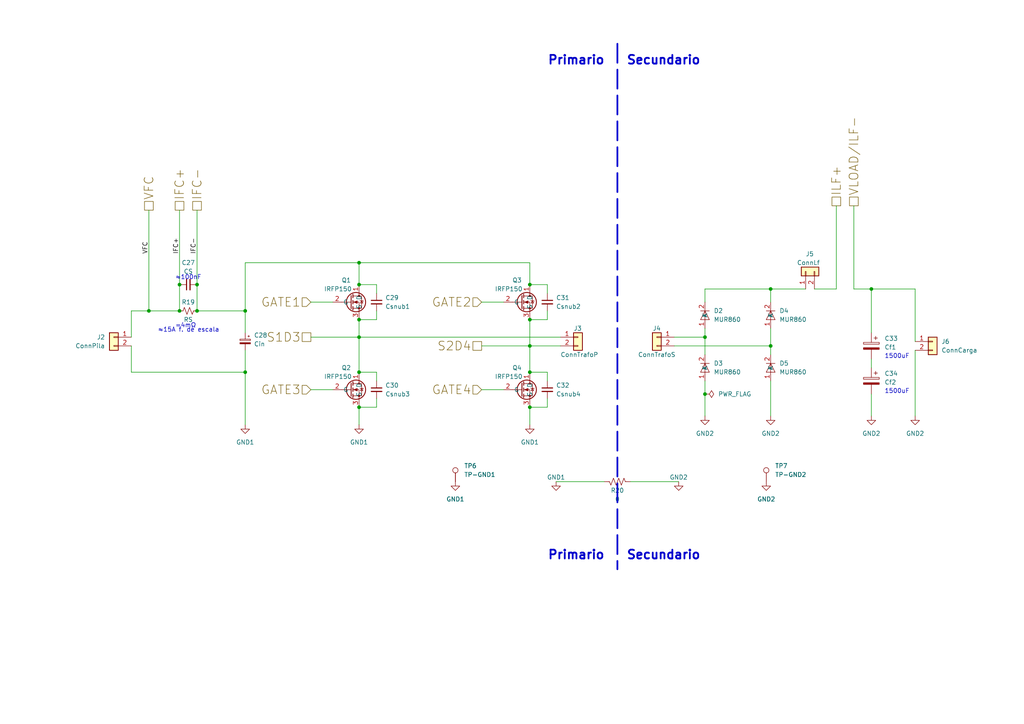
<source format=kicad_sch>
(kicad_sch (version 20211123) (generator eeschema)
  (paper "A4")
  (lib_symbols
    (symbol "Componentes proyecto:IRFP150"
      (property "Reference" "Q" (at 3.81 -2.54 0))
      (property "Value" "IRFP150" (at 6.35 0 0))
      (symbol "IRFP150_0_1"
        (circle (center -0.889 -1.27) (radius 2.794) (stroke (width 0.254)))
        (circle (center 0 -3.048) (radius 0.254) (fill (type outline)))
        (polyline (pts (xy -2.286 -1.27) (xy -5.08 -1.27)))
        (polyline (pts (xy -2.286 0.635) (xy -2.286 -3.175)) (stroke (width 0.254)))
        (polyline (pts (xy -1.778 -2.54) (xy -1.778 -3.556)) (stroke (width 0.254)))
        (polyline (pts (xy -1.778 -0.762) (xy -1.778 -1.778)) (stroke (width 0.254)))
        (polyline (pts (xy -1.778 1.016) (xy -1.778 0)) (stroke (width 0.254)))
        (polyline (pts (xy 0 1.27) (xy 0 0.508)))
        (polyline (pts (xy 0 -3.81) (xy 0 -1.27) (xy -1.778 -1.27)))
        (polyline (pts (xy -1.778 -3.048) (xy 0.762 -3.048) (xy 0.762 0.508) (xy -1.778 0.508)))
        (polyline (pts (xy -1.524 -1.27) (xy -0.508 -0.889) (xy -0.508 -1.651) (xy -1.524 -1.27)) (fill (type outline)))
        (polyline (pts (xy 0.254 -0.762) (xy 0.381 -0.889) (xy 1.143 -0.889) (xy 1.27 -1.016)))
        (polyline (pts (xy 0.762 -0.889) (xy 0.381 -1.524) (xy 1.143 -1.524) (xy 0.762 -0.889)))
        (circle (center 0 0.508) (radius 0.254) (fill (type outline)))
      )
      (symbol "IRFP150_1_1"
        (pin passive line (at 0 3.81 270) (length 2.54) (name "D") (number "1"))
        (pin input line (at -7.62 -1.27 0) (length 2.54) (name "G") (number "2"))
        (pin passive line (at 0 -6.35 90) (length 2.54) (name "S") (number "3"))
      )
    )
    (symbol "Componentes proyecto:MUR860"
      (property "Reference" "D" (at 2.54 -1.27 0))
      (property "Value" "MUR860" (at 5.08 1.27 0))
      (symbol "MUR860_0_1"
        (polyline (pts (xy -1.27 -1.27) (xy 1.27 -1.27)))
        (polyline (pts (xy 0 -1.27) (xy 0 1.27)))
        (polyline (pts (xy 1.27 1.27) (xy -1.27 1.27)) (stroke (width 0.1524)))
        (polyline (pts (xy 1.27 -1.27) (xy 0 1.27) (xy -1.27 -1.27)))
      )
      (symbol "MUR860_1_1"
        (pin passive line (at 0 -3.81 90) (length 2.54) (name "A") (number "1"))
        (pin passive line (at 0 3.81 270) (length 2.54) (name "K") (number "2"))
      )
    )
    (symbol "Connector:TestPoint" (pin_numbers hide) (pin_names (offset 0.762) hide)
      (property "Reference" "TP" (at 0 6.858 0))
      (property "Value" "TestPoint" (at 0 5.08 0))
      (symbol "TestPoint_0_1"
        (circle (center 0 3.302) (radius 0.762))
      )
      (symbol "TestPoint_1_1"
        (pin passive line (at 0 0 90) (length 2.54) (name "1") (number "1"))
      )
    )
    (symbol "Connector_Generic:Conn_01x02" (pin_names (offset 1.016) hide)
      (property "Reference" "J" (at 0 2.54 0))
      (property "Value" "Conn_01x02" (at 0 -5.08 0))
      (symbol "Conn_01x02_1_1"
        (rectangle (start -1.27 -2.413) (end 0 -2.667) (stroke (width 0.1524)))
        (rectangle (start -1.27 0.127) (end 0 -0.127) (stroke (width 0.1524)))
        (rectangle (start -1.27 1.27) (end 1.27 -3.81) (stroke (width 0.254)) (fill (type background)))
        (pin passive line (at -5.08 0 0) (length 3.81) (name "Pin_1") (number "1"))
        (pin passive line (at -5.08 -2.54 0) (length 3.81) (name "Pin_2") (number "2"))
      )
    )
    (symbol "Device:C_Polarized" (pin_numbers hide) (pin_names (offset 0.254))
      (property "Reference" "C" (at 0.635 2.54 0))
      (property "Value" "C_Polarized" (at 0.635 -2.54 0))
      (symbol "C_Polarized_0_1"
        (rectangle (start -2.286 0.508) (end 2.286 1.016))
        (polyline (pts (xy -1.778 2.286) (xy -0.762 2.286)))
        (polyline (pts (xy -1.27 2.794) (xy -1.27 1.778)))
        (rectangle (start 2.286 -0.508) (end -2.286 -1.016) (fill (type outline)))
      )
      (symbol "C_Polarized_1_1"
        (pin passive line (at 0 3.81 270) (length 2.794) (name "~") (number "1"))
        (pin passive line (at 0 -3.81 90) (length 2.794) (name "~") (number "2"))
      )
    )
    (symbol "Device:C_Polarized_Small" (pin_numbers hide) (pin_names (offset 0.254) hide)
      (property "Reference" "C" (at 0.254 1.778 0))
      (property "Value" "C_Polarized_Small" (at 0.254 -2.032 0))
      (symbol "C_Polarized_Small_0_1"
        (rectangle (start -1.524 -0.3048) (end 1.524 -0.6858) (fill (type outline)))
        (rectangle (start -1.524 0.6858) (end 1.524 0.3048))
        (polyline (pts (xy -1.27 1.524) (xy -0.762 1.524)))
        (polyline (pts (xy -1.016 1.27) (xy -1.016 1.778)))
      )
      (symbol "C_Polarized_Small_1_1"
        (pin passive line (at 0 2.54 270) (length 1.8542) (name "~") (number "1"))
        (pin passive line (at 0 -2.54 90) (length 1.8542) (name "~") (number "2"))
      )
    )
    (symbol "Device:C_Small" (pin_numbers hide) (pin_names (offset 0.254) hide)
      (property "Reference" "C" (at 0.254 1.778 0))
      (property "Value" "C_Small" (at 0.254 -2.032 0))
      (symbol "C_Small_0_1"
        (polyline (pts (xy -1.524 -0.508) (xy 1.524 -0.508)) (stroke (width 0.3302)))
        (polyline (pts (xy -1.524 0.508) (xy 1.524 0.508)) (stroke (width 0.3048)))
      )
      (symbol "C_Small_1_1"
        (pin passive line (at 0 2.54 270) (length 2.032) (name "~") (number "1"))
        (pin passive line (at 0 -2.54 90) (length 2.032) (name "~") (number "2"))
      )
    )
    (symbol "Device:R_Small_US" (pin_numbers hide) (pin_names (offset 0.254) hide)
      (property "Reference" "R" (at 0.762 0.508 0))
      (property "Value" "R_Small_US" (at 0.762 -1.016 0))
      (symbol "R_Small_US_1_1"
        (polyline (pts (xy 0 0) (xy 1.016 -0.381) (xy 0 -0.762) (xy -1.016 -1.143) (xy 0 -1.524)))
        (polyline (pts (xy 0 1.524) (xy 1.016 1.143) (xy 0 0.762) (xy -1.016 0.381) (xy 0 0)))
        (pin passive line (at 0 2.54 270) (length 1.016) (name "~") (number "1"))
        (pin passive line (at 0 -2.54 90) (length 1.016) (name "~") (number "2"))
      )
    )
    (symbol "Device:R_US" (pin_numbers hide) (pin_names (offset 0))
      (property "Reference" "R" (at 2.54 0 90))
      (property "Value" "R_US" (at -2.54 0 90))
      (symbol "R_US_0_1"
        (polyline (pts (xy 0 -2.286) (xy 0 -2.54)))
        (polyline (pts (xy 0 2.286) (xy 0 2.54)))
        (polyline (pts (xy 0 -0.762) (xy 1.016 -1.143) (xy 0 -1.524) (xy -1.016 -1.905) (xy 0 -2.286)))
        (polyline (pts (xy 0 0.762) (xy 1.016 0.381) (xy 0 0) (xy -1.016 -0.381) (xy 0 -0.762)))
        (polyline (pts (xy 0 2.286) (xy 1.016 1.905) (xy 0 1.524) (xy -1.016 1.143) (xy 0 0.762)))
      )
      (symbol "R_US_1_1"
        (pin passive line (at 0 3.81 270) (length 1.27) (name "~") (number "1"))
        (pin passive line (at 0 -3.81 90) (length 1.27) (name "~") (number "2"))
      )
    )
    (symbol "MUR860_1"
      (property "Reference" "D" (at 2.54 -1.27 0))
      (property "Value" "MUR860_1" (at 5.08 1.27 0))
      (symbol "MUR860_1_0_1"
        (polyline (pts (xy -1.27 -1.27) (xy 1.27 -1.27)))
        (polyline (pts (xy 0 -1.27) (xy 0 1.27)))
        (polyline (pts (xy 1.27 1.27) (xy -1.27 1.27)) (stroke (width 0.1524)))
        (polyline (pts (xy 1.27 -1.27) (xy 0 1.27) (xy -1.27 -1.27)))
      )
      (symbol "MUR860_1_1_1"
        (pin passive line (at 0 -3.81 90) (length 2.54) (name "A") (number "1"))
        (pin passive line (at 0 3.81 270) (length 2.54) (name "K") (number "2"))
      )
    )
    (symbol "MUR860_2"
      (property "Reference" "D" (at 2.54 -1.27 0))
      (property "Value" "MUR860_2" (at 5.08 1.27 0))
      (symbol "MUR860_2_0_1"
        (polyline (pts (xy -1.27 -1.27) (xy 1.27 -1.27)))
        (polyline (pts (xy 0 -1.27) (xy 0 1.27)))
        (polyline (pts (xy 1.27 1.27) (xy -1.27 1.27)) (stroke (width 0.1524)))
        (polyline (pts (xy 1.27 -1.27) (xy 0 1.27) (xy -1.27 -1.27)))
      )
      (symbol "MUR860_2_1_1"
        (pin passive line (at 0 -3.81 90) (length 2.54) (name "A") (number "1"))
        (pin passive line (at 0 3.81 270) (length 2.54) (name "K") (number "2"))
      )
    )
    (symbol "MUR860_3"
      (property "Reference" "D" (at 2.54 -1.27 0))
      (property "Value" "MUR860_3" (at 5.08 1.27 0))
      (symbol "MUR860_3_0_1"
        (polyline (pts (xy -1.27 -1.27) (xy 1.27 -1.27)))
        (polyline (pts (xy 0 -1.27) (xy 0 1.27)))
        (polyline (pts (xy 1.27 1.27) (xy -1.27 1.27)) (stroke (width 0.1524)))
        (polyline (pts (xy 1.27 -1.27) (xy 0 1.27) (xy -1.27 -1.27)))
      )
      (symbol "MUR860_3_1_1"
        (pin passive line (at 0 -3.81 90) (length 2.54) (name "A") (number "1"))
        (pin passive line (at 0 3.81 270) (length 2.54) (name "K") (number "2"))
      )
    )
    (symbol "power:GND1" (power) (pin_names (offset 0))
      (property "Value" "GND1" (at 0 -3.81 0))
      (symbol "GND1_0_1"
        (polyline (pts (xy 0 0) (xy 0 -1.27) (xy 1.27 -1.27) (xy 0 -2.54) (xy -1.27 -1.27) (xy 0 -1.27)))
      )
      (symbol "GND1_1_1"
        (pin power_in line (at 0 0 270) (length 0) hide (name "GND1") (number "1"))
      )
    )
    (symbol "power:GND2" (power) (pin_names (offset 0))
      (property "Value" "GND2" (at 0 -3.81 0))
      (symbol "GND2_0_1"
        (polyline (pts (xy 0 0) (xy 0 -1.27) (xy 1.27 -1.27) (xy 0 -2.54) (xy -1.27 -1.27) (xy 0 -1.27)))
      )
      (symbol "GND2_1_1"
        (pin power_in line (at 0 0 270) (length 0) hide (name "GND2") (number "1"))
      )
    )
    (symbol "power:PWR_FLAG" (power) (pin_numbers hide) (pin_names (offset 0) hide)
      (property "Value" "PWR_FLAG" (at 0 3.81 0))
      (symbol "PWR_FLAG_0_0"
        (pin power_out line (at 0 0 90) (length 0) (name "pwr") (number "1"))
      )
      (symbol "PWR_FLAG_0_1"
        (polyline (pts (xy 0 0) (xy 0 1.27) (xy -1.016 1.905) (xy 0 2.54) (xy 1.016 1.905) (xy 0 1.27)))
      )
    )
  )
  (junction (at 57.15 90.17))
  (junction (at 52.07 90.17))
  (junction (at 71.12 90.17))
  (junction (at 153.67 118.11))
  (junction (at 43.18 90.17))
  (junction (at 104.14 82.55))
  (junction (at 52.07 82.55))
  (junction (at 204.47 114.3))
  (junction (at 57.15 82.55))
  (junction (at 104.14 107.95))
  (junction (at 153.67 100.33))
  (junction (at 153.67 107.95))
  (junction (at 153.67 82.55))
  (junction (at 204.47 97.79))
  (junction (at 153.67 92.71))
  (junction (at 71.12 107.95))
  (junction (at 104.14 118.11))
  (junction (at 223.52 83.82))
  (junction (at 104.14 76.2))
  (junction (at 104.14 97.79))
  (junction (at 104.14 92.71))
  (junction (at 252.73 83.82))
  (junction (at 223.52 100.33))
  (wire (pts (xy 158.75 118.11) (xy 153.67 118.11)))
  (wire (pts (xy 109.22 85.09) (xy 109.22 82.55)))
  (wire (pts (xy 43.18 90.17) (xy 52.07 90.17)))
  (wire (pts (xy 158.75 107.95) (xy 153.67 107.95)))
  (wire (pts (xy 158.75 90.17) (xy 158.75 92.71)))
  (wire (pts (xy 104.14 76.2) (xy 153.67 76.2)))
  (wire (pts (xy 71.12 107.95) (xy 71.12 123.19)))
  (wire (pts (xy 158.75 85.09) (xy 158.75 82.55)))
  (wire (pts (xy 109.22 107.95) (xy 104.14 107.95)))
  (wire (pts (xy 195.58 97.79) (xy 204.47 97.79)))
  (wire (pts (xy 158.75 110.49) (xy 158.75 107.95)))
  (wire (pts (xy 158.75 82.55) (xy 153.67 82.55)))
  (wire (pts (xy 38.1 100.33) (xy 38.1 107.95)))
  (wire (pts (xy 223.52 83.82) (xy 233.68 83.82)))
  (wire (pts (xy 223.52 95.25) (xy 223.52 100.33)))
  (wire (pts (xy 71.12 107.95) (xy 71.12 101.6)))
  (wire (pts (xy 109.22 115.57) (xy 109.22 118.11)))
  (wire (pts (xy 104.14 82.55) (xy 104.14 76.2)))
  (wire (pts (xy 90.17 87.63) (xy 96.52 87.63)))
  (wire (pts (xy 153.67 100.33) (xy 153.67 107.95)))
  (wire (pts (xy 247.65 59.69) (xy 247.65 83.82)))
  (wire (pts (xy 175.26 139.7) (xy 161.29 139.7)))
  (wire (pts (xy 104.14 97.79) (xy 162.56 97.79)))
  (wire (pts (xy 204.47 97.79) (xy 204.47 102.87)))
  (wire (pts (xy 204.47 87.63) (xy 204.47 83.82)))
  (wire (pts (xy 104.14 97.79) (xy 104.14 107.95)))
  (wire (pts (xy 153.67 92.71) (xy 153.67 100.33)))
  (wire (pts (xy 265.43 101.6) (xy 265.43 120.65)))
  (wire (pts (xy 252.73 114.3) (xy 252.73 120.65)))
  (wire (pts (xy 57.15 90.17) (xy 71.12 90.17)))
  (wire (pts (xy 109.22 82.55) (xy 104.14 82.55)))
  (wire (pts (xy 196.85 139.7) (xy 182.88 139.7)))
  (wire (pts (xy 204.47 114.3) (xy 204.47 120.65)))
  (wire (pts (xy 223.52 83.82) (xy 223.52 87.63)))
  (wire (pts (xy 109.22 92.71) (xy 104.14 92.71)))
  (wire (pts (xy 242.57 59.69) (xy 242.57 83.82)))
  (wire (pts (xy 247.65 83.82) (xy 252.73 83.82)))
  (wire (pts (xy 223.52 100.33) (xy 223.52 102.87)))
  (wire (pts (xy 71.12 90.17) (xy 71.12 96.52)))
  (wire (pts (xy 158.75 92.71) (xy 153.67 92.71)))
  (wire (pts (xy 52.07 60.96) (xy 52.07 82.55)))
  (wire (pts (xy 204.47 83.82) (xy 223.52 83.82)))
  (wire (pts (xy 109.22 118.11) (xy 104.14 118.11)))
  (wire (pts (xy 71.12 90.17) (xy 71.12 76.2)))
  (wire (pts (xy 90.17 113.03) (xy 96.52 113.03)))
  (wire (pts (xy 57.15 60.96) (xy 57.15 82.55)))
  (wire (pts (xy 265.43 83.82) (xy 252.73 83.82)))
  (wire (pts (xy 38.1 97.79) (xy 38.1 90.17)))
  (wire (pts (xy 252.73 104.14) (xy 252.73 106.68)))
  (wire (pts (xy 195.58 100.33) (xy 223.52 100.33)))
  (wire (pts (xy 139.7 100.33) (xy 153.67 100.33)))
  (wire (pts (xy 204.47 95.25) (xy 204.47 97.79)))
  (wire (pts (xy 139.7 87.63) (xy 146.05 87.63)))
  (wire (pts (xy 139.7 113.03) (xy 146.05 113.03)))
  (wire (pts (xy 153.67 118.11) (xy 153.67 123.19)))
  (wire (pts (xy 71.12 76.2) (xy 104.14 76.2)))
  (wire (pts (xy 52.07 82.55) (xy 52.07 90.17)))
  (wire (pts (xy 109.22 110.49) (xy 109.22 107.95)))
  (wire (pts (xy 153.67 76.2) (xy 153.67 82.55)))
  (wire (pts (xy 236.22 83.82) (xy 242.57 83.82)))
  (wire (pts (xy 38.1 90.17) (xy 43.18 90.17)))
  (wire (pts (xy 153.67 100.33) (xy 162.56 100.33)))
  (wire (pts (xy 265.43 99.06) (xy 265.43 83.82)))
  (wire (pts (xy 252.73 83.82) (xy 252.73 96.52)))
  (wire (pts (xy 223.52 110.49) (xy 223.52 120.65)))
  (polyline (pts (xy 179.07 12.7) (xy 179.07 165.1)) (stroke (width 0.5)))
  (wire (pts (xy 104.14 118.11) (xy 104.14 123.19)))
  (wire (pts (xy 109.22 90.17) (xy 109.22 92.71)))
  (wire (pts (xy 204.47 110.49) (xy 204.47 114.3)))
  (wire (pts (xy 90.17 97.79) (xy 104.14 97.79)))
  (wire (pts (xy 57.15 82.55) (xy 57.15 90.17)))
  (wire (pts (xy 43.18 60.96) (xy 43.18 90.17)))
  (wire (pts (xy 104.14 92.71) (xy 104.14 97.79)))
  (wire (pts (xy 158.75 115.57) (xy 158.75 118.11)))
  (wire (pts (xy 71.12 107.95) (xy 38.1 107.95)))
  (text "=4mΩ" (at 50.8 95.25 0) (effects (font (size 1.27 1.27)) (justify left bottom)))
  (text "Secundario" (at 181.61 162.56 0) (effects (font (size 2.54 2.54) (thickness 0.508) bold) (justify left bottom)))
  (text "Secundario" (at 181.61 19.05 0) (effects (font (size 2.54 2.54) (thickness 0.508) bold) (justify left bottom)))
  (text "1500uF" (at 256.54 104.14 0) (effects (font (size 1.27 1.27)) (justify left bottom)))
  (text "≈15A f. de escala" (at 45.72 96.52 0) (effects (font (size 1.27 1.27)) (justify left bottom)))
  (text "1500uF" (at 256.54 114.3 0) (effects (font (size 1.27 1.27)) (justify left bottom)))
  (text "Primario" (at 158.75 162.56 0) (effects (font (size 2.54 2.54) (thickness 0.508) bold) (justify left bottom)))
  (text "≈100nF" (at 50.8 81.28 0) (effects (font (size 1.27 1.27)) (justify left bottom)))
  (text "Primario" (at 158.75 19.05 0) (effects (font (size 2.54 2.54) (thickness 0.508) bold) (justify left bottom)))
  (label "IFC-" (at 57.15 73.66 90))
  (label "IFC+" (at 52.07 73.66 90))
  (label "VFC" (at 43.18 73.66 90))
  (hierarchical_label "ILF+" (shape passive) (at 242.57 59.69 90) (effects (font (size 2.54 2.54))))
  (hierarchical_label "IFC+" (shape passive) (at 52.07 60.96 90) (effects (font (size 2.54 2.54))))
  (hierarchical_label "GATE3" (shape input) (at 90.17 113.03 180) (effects (font (size 2.54 2.54))))
  (hierarchical_label "S2D4" (shape passive) (at 139.7 100.33 180) (effects (font (size 2.54 2.54))))
  (hierarchical_label "S1D3" (shape passive) (at 90.17 97.79 180) (effects (font (size 2.54 2.54))))
  (hierarchical_label "GATE4" (shape input) (at 139.7 113.03 180) (effects (font (size 2.54 2.54))))
  (hierarchical_label "GATE1" (shape input) (at 90.17 87.63 180) (effects (font (size 2.54 2.54))))
  (hierarchical_label "GATE2" (shape input) (at 139.7 87.63 180) (effects (font (size 2.54 2.54))))
  (hierarchical_label "VFC" (shape passive) (at 43.18 60.96 90) (effects (font (size 2.54 2.54))))
  (hierarchical_label "VLOAD{slash}ILF-" (shape passive) (at 247.65 59.69 90) (effects (font (size 2.54 2.54))))
  (hierarchical_label "IFC-" (shape passive) (at 57.15 60.96 90) (effects (font (size 2.54 2.54))))
  (symbol (lib_id "power:GND2") (at 223.52 120.65 0) (unit 1)
    (property "Reference" "#PWR073" (effects hide))
    (property "Value" "GND2" (at 223.52 125.73 0))
  )
  (symbol (lib_id "Device:C_Small") (at 109.22 113.03 0) (unit 1)
    (property "Reference" "C30" (at 111.76 111.7662 0) (effects (justify left)))
    (property "Value" "Csnub3" (at 111.76 114.3062 0) (effects (justify left)))
    (property "Footprint" "Capacitor_SMD:C_1206_3216Metric_Pad1.33x1.80mm_HandSolder" (effects hide))
  )
  (symbol (lib_id "Componentes proyecto:IRFP150") (at 104.14 86.36 0) (unit 1)
    (property "Reference" "Q1" (at 99.06 81.28 0) (effects (justify left)))
    (property "Value" "IRFP150" (at 93.98 83.82 0) (effects (justify left)))
    (property "Footprint" "Package_TO_SOT_THT:TO-247-3_Vertical" (effects hide))
  )
  (symbol (lib_id "Device:C_Small") (at 158.75 113.03 0) (unit 1)
    (property "Reference" "C32" (at 161.29 111.7662 0) (effects (justify left)))
    (property "Value" "Csnub4" (at 161.29 114.3062 0) (effects (justify left)))
    (property "Footprint" "Capacitor_SMD:C_1206_3216Metric_Pad1.33x1.80mm_HandSolder" (effects hide))
  )
  (symbol (lib_id "Connector:TestPoint") (at 222.25 139.7 0) (unit 1)
    (property "Reference" "TP7" (at 224.79 135.1279 0) (effects (justify left)))
    (property "Value" "TP-GND2" (at 224.79 137.6679 0) (effects (justify left)))
    (property "Footprint" "TestPoint:TestPoint_THTPad_2.0x2.0mm_Drill1.0mm" (effects hide))
  )
  (symbol (lib_id "Componentes proyecto:IRFP150") (at 153.67 111.76 0) (unit 1)
    (property "Reference" "Q4" (at 148.59 106.68 0) (effects (justify left)))
    (property "Value" "IRFP150" (at 143.51 109.22 0) (effects (justify left)))
    (property "Footprint" "Package_TO_SOT_THT:TO-247-3_Vertical" (effects hide))
  )
  (symbol (lib_id "power:PWR_FLAG") (at 204.47 114.3 270) (unit 1)
    (property "Reference" "#FLG04" (effects hide))
    (property "Value" "PWR_FLAG" (at 208.28 114.2999 90) (effects (justify left)))
  )
  (symbol (lib_id "Device:C_Polarized_Small") (at 71.12 99.06 0) (mirror y) (unit 1)
    (property "Reference" "C28" (at 73.66 97.2438 0) (effects (justify right)))
    (property "Value" "Cin" (at 73.66 99.7838 0) (effects (justify right)))
    (property "Footprint" "Capacitor_THT:CP_Radial_D12.5mm_P5.00mm" (effects hide))
  )
  (symbol (lib_id "Device:R_Small_US") (at 54.61 90.17 90) (unit 1)
    (property "Reference" "R19" (at 54.61 87.63 90))
    (property "Value" "RS" (at 54.61 92.71 90))
    (property "Footprint" "Resistor_SMD:R_2512_6332Metric_Pad1.40x3.35mm_HandSolder" (effects hide))
  )
  (symbol (lib_id "power:GND2") (at 252.73 120.65 0) (unit 1)
    (property "Reference" "#PWR074" (effects hide))
    (property "Value" "GND2" (at 252.73 125.73 0))
  )
  (symbol (lib_id "Componentes proyecto:MUR860") (at 204.47 106.68 0) (unit 1)
    (property "Reference" "D3" (at 207.01 105.3718 0) (effects (justify left)))
    (property "Value" "MUR860" (at 207.01 107.9118 0) (effects (justify left)))
    (property "Footprint" "Package_TO_SOT_THT:TO-220F-2_Vertical" (effects hide))
  )
  (symbol (lib_name "MUR860_1") (lib_id "Componentes proyecto:MUR860") (at 204.47 91.44 0) (unit 1)
    (property "Reference" "D2" (at 207.01 90.1318 0) (effects (justify left)))
    (property "Value" "MUR860" (at 207.01 92.6718 0) (effects (justify left)))
    (property "Footprint" "Package_TO_SOT_THT:TO-220F-2_Vertical" (effects hide))
  )
  (symbol (lib_id "Device:R_US") (at 179.07 139.7 270) (mirror x) (unit 1)
    (property "Reference" "R20" (at 179.07 142.24 90))
    (property "Value" "0" (at 179.07 144.78 90))
    (property "Footprint" "Resistor_SMD:R_1206_3216Metric_Pad1.30x1.75mm_HandSolder" (effects hide))
  )
  (symbol (lib_id "power:GND2") (at 265.43 120.65 0) (unit 1)
    (property "Reference" "#PWR075" (effects hide))
    (property "Value" "GND2" (at 265.43 125.73 0))
  )
  (symbol (lib_id "Connector_Generic:Conn_01x02") (at 33.02 97.79 0) (mirror y) (unit 1)
    (property "Reference" "J2" (at 30.48 97.7899 0) (effects (justify left)))
    (property "Value" "ConnPila" (at 30.48 100.3299 0) (effects (justify left)))
    (property "Footprint" "TerminalBlock:TerminalBlock_Wuerth_691311400102_P7.62mm" (effects hide))
  )
  (symbol (lib_id "Device:C_Small") (at 158.75 87.63 0) (unit 1)
    (property "Reference" "C31" (at 161.29 86.3662 0) (effects (justify left)))
    (property "Value" "Csnub2" (at 161.29 88.9062 0) (effects (justify left)))
    (property "Footprint" "Capacitor_SMD:C_1206_3216Metric_Pad1.33x1.80mm_HandSolder" (effects hide))
  )
  (symbol (lib_id "power:GND1") (at 132.08 139.7 0) (unit 1)
    (property "Reference" "#PWR067" (effects hide))
    (property "Value" "GND1" (at 132.08 144.78 0))
  )
  (symbol (lib_id "Connector:TestPoint") (at 132.08 139.7 0) (unit 1)
    (property "Reference" "TP6" (at 134.62 135.1279 0) (effects (justify left)))
    (property "Value" "TP-GND1" (at 134.62 137.6679 0) (effects (justify left)))
    (property "Footprint" "TestPoint:TestPoint_THTPad_2.0x2.0mm_Drill1.0mm" (effects hide))
  )
  (symbol (lib_id "Connector_Generic:Conn_01x02") (at 233.68 78.74 90) (unit 1)
    (property "Reference" "J5" (at 233.68 73.66 90) (effects (justify right)))
    (property "Value" "ConnLf" (at 231.14 76.2 90) (effects (justify right)))
    (property "Footprint" "TerminalBlock:TerminalBlock_Wuerth_691311400102_P7.62mm" (effects hide))
  )
  (symbol (lib_id "power:GND1") (at 104.14 123.19 0) (unit 1)
    (property "Reference" "#PWR066" (effects hide))
    (property "Value" "GND1" (at 104.14 128.27 0))
  )
  (symbol (lib_id "Device:C_Small") (at 54.61 82.55 90) (unit 1)
    (property "Reference" "C27" (at 54.6163 76.2 90))
    (property "Value" "CS" (at 54.6163 78.74 90))
    (property "Footprint" "Capacitor_SMD:C_1206_3216Metric_Pad1.33x1.80mm_HandSolder" (effects hide))
  )
  (symbol (lib_name "MUR860_2") (lib_id "Componentes proyecto:MUR860") (at 223.52 91.44 0) (unit 1)
    (property "Reference" "D4" (at 226.06 90.1318 0) (effects (justify left)))
    (property "Value" "MUR860" (at 226.06 92.6718 0) (effects (justify left)))
    (property "Footprint" "Package_TO_SOT_THT:TO-220F-2_Vertical" (effects hide))
  )
  (symbol (lib_id "power:GND1") (at 153.67 123.19 0) (unit 1)
    (property "Reference" "#PWR068" (effects hide))
    (property "Value" "GND1" (at 153.67 128.27 0))
  )
  (symbol (lib_id "Componentes proyecto:IRFP150") (at 153.67 86.36 0) (unit 1)
    (property "Reference" "Q3" (at 148.59 81.28 0) (effects (justify left)))
    (property "Value" "IRFP150" (at 143.51 83.82 0) (effects (justify left)))
    (property "Footprint" "Package_TO_SOT_THT:TO-247-3_Vertical" (effects hide))
  )
  (symbol (lib_id "power:GND1") (at 71.12 123.19 0) (mirror y) (unit 1)
    (property "Reference" "#PWR065" (effects hide))
    (property "Value" "GND1" (at 71.12 128.27 0))
  )
  (symbol (lib_id "Connector_Generic:Conn_01x02") (at 190.5 97.79 0) (mirror y) (unit 1)
    (property "Reference" "J4" (at 190.5 95.25 0))
    (property "Value" "ConnTrafoS" (at 190.5 102.87 0))
    (property "Footprint" "TerminalBlock:TerminalBlock_Wuerth_691311400102_P7.62mm" (effects hide))
  )
  (symbol (lib_id "power:GND2") (at 222.25 139.7 0) (unit 1)
    (property "Reference" "#PWR072" (effects hide))
    (property "Value" "GND2" (at 222.25 144.78 0))
  )
  (symbol (lib_id "power:GND1") (at 161.29 139.7 0) (mirror y) (unit 1)
    (property "Reference" "#PWR069" (effects hide))
    (property "Value" "GND1" (at 161.29 138.43 0))
  )
  (symbol (lib_id "power:GND2") (at 204.47 120.65 0) (unit 1)
    (property "Reference" "#PWR071" (effects hide))
    (property "Value" "GND2" (at 204.47 125.73 0))
  )
  (symbol (lib_id "Connector_Generic:Conn_01x02") (at 167.64 97.79 0) (unit 1)
    (property "Reference" "J3" (at 166.37 95.25 0) (effects (justify left)))
    (property "Value" "ConnTrafoP" (at 162.56 102.87 0) (effects (justify left)))
    (property "Footprint" "TerminalBlock:TerminalBlock_Wuerth_691311400102_P7.62mm" (effects hide))
  )
  (symbol (lib_id "power:GND2") (at 196.85 139.7 0) (mirror y) (unit 1)
    (property "Reference" "#PWR070" (effects hide))
    (property "Value" "GND2" (at 196.85 138.43 0))
  )
  (symbol (lib_name "MUR860_3") (lib_id "Componentes proyecto:MUR860") (at 223.52 106.68 0) (unit 1)
    (property "Reference" "D5" (at 226.06 105.3718 0) (effects (justify left)))
    (property "Value" "MUR860" (at 226.06 107.9118 0) (effects (justify left)))
    (property "Footprint" "Package_TO_SOT_THT:TO-220F-2_Vertical" (effects hide))
  )
  (symbol (lib_id "Device:C_Small") (at 109.22 87.63 0) (unit 1)
    (property "Reference" "C29" (at 111.76 86.3662 0) (effects (justify left)))
    (property "Value" "Csnub1" (at 111.76 88.9062 0) (effects (justify left)))
    (property "Footprint" "Capacitor_SMD:C_1206_3216Metric_Pad1.33x1.80mm_HandSolder" (effects hide))
  )
  (symbol (lib_id "Connector_Generic:Conn_01x02") (at 270.51 99.06 0) (unit 1)
    (property "Reference" "J6" (at 273.05 99.0599 0) (effects (justify left)))
    (property "Value" "ConnCarga" (at 273.05 101.5999 0) (effects (justify left)))
    (property "Footprint" "TerminalBlock:TerminalBlock_Wuerth_691311400102_P7.62mm" (effects hide))
  )
  (symbol (lib_id "Componentes proyecto:IRFP150") (at 104.14 111.76 0) (unit 1)
    (property "Reference" "Q2" (at 99.06 106.68 0) (effects (justify left)))
    (property "Value" "IRFP150" (at 93.98 109.22 0) (effects (justify left)))
    (property "Footprint" "Package_TO_SOT_THT:TO-247-3_Vertical" (effects hide))
  )
  (symbol (lib_id "Device:C_Polarized") (at 252.73 110.49 0) (mirror y) (unit 1)
    (property "Reference" "C34" (at 256.54 108.3309 0) (effects (justify right)))
    (property "Value" "Cf2" (at 256.54 110.8709 0) (effects (justify right)))
    (property "Footprint" "Capacitor_THT:CP_Radial_D18.0mm_P7.50mm" (effects hide))
  )
  (symbol (lib_id "Device:C_Polarized") (at 252.73 100.33 0) (mirror y) (unit 1)
    (property "Reference" "C33" (at 256.54 98.1709 0) (effects (justify right)))
    (property "Value" "Cf1" (at 256.54 100.7109 0) (effects (justify right)))
    (property "Footprint" "Capacitor_THT:CP_Radial_D18.0mm_P7.50mm" (effects hide))
  )
)
</source>
